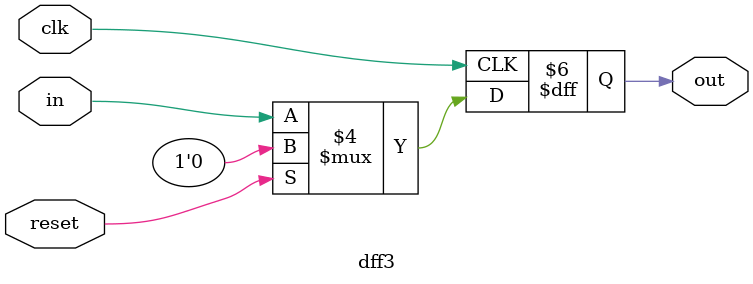
<source format=v>
module dff3(in,clk,out,reset);

input reset;   
input in;      //input signal
input clk;
output out;  //output of dff
reg out;

	always @(posedge clk)
		begin
			if(reset==1)           
				begin
					out<=0;
				end
			else
				begin
					out<=in;
				end
		end
		
endmodule

</source>
